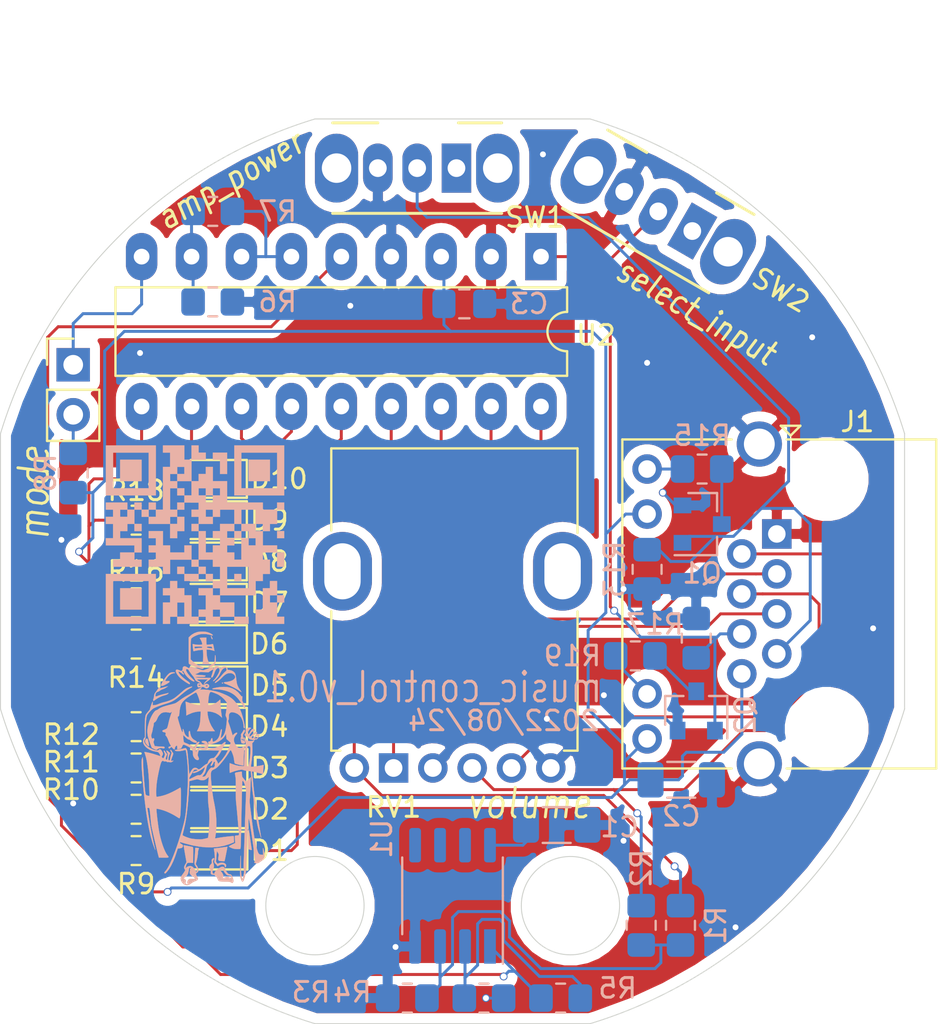
<source format=kicad_pcb>
(kicad_pcb (version 20171130) (host pcbnew "(5.1.7)-1")
  (title_block (title music_control) (date 2022-08-24) (rev v0.1) (company piro.tex))
  (layers (0 F.Cu signal) (31 B.Cu signal) (34 B.Paste user) (35 F.Paste user) (36 B.SilkS user) (37 F.SilkS user) (38 B.Mask user) (39 F.Mask user) (44 Edge.Cuts user))
  (net 0 "")
  (net 1 GND)
  (net 2 +12V)
  (net 3 "Net-(D1-Pad2)")
  (net 4 /led1)
  (net 5 "Net-(D2-Pad2)")
  (net 6 /led2)
  (net 7 "Net-(D3-Pad2)")
  (net 8 /led3)
  (net 9 "Net-(D4-Pad2)")
  (net 10 /led4)
  (net 11 /led5)
  (net 12 "Net-(D6-Pad2)")
  (net 13 /led6)
  (net 14 "Net-(D7-Pad2)")
  (net 15 /led7)
  (net 16 /led8)
  (net 17 "Net-(D9-Pad2)")
  (net 18 /led9)
  (net 19 /led10)
  (net 20 /led_select_input_minus)
  (net 21 /led_amp_power_minus)
  (net 22 /select_input)
  (net 23 /input_R_r)
  (net 24 /output_R_r)
  (net 25 /amp_power)
  (net 26 /input_R_l)
  (net 27 /output_R_l)
  (net 28 "Net-(JP1-Pad2)")
  (net 29 /mode)
  (net 30 "Net-(Q1-Pad3)")
  (net 31 "Net-(Q2-Pad3)")
  (net 32 "Net-(R1-Pad1)")
  (net 33 "Net-(R4-Pad1)")
  (net 34 /lights)
  (net 35 "Net-(R6-Pad1)")
  (net 36 "Net-(R7-Pad1)")
  (net 37 "Net-(SW1-Pad1)")
  (net 38 "Net-(SW2-Pad1)")
  (net 39 "Net-(U1-Pad7)")
  (net 40 "Net-(U1-Pad6)")
  (net 41 "Net-(U1-Pad5)")
  (module mine:knight_10x13mm (layer B.Cu) (at 87.3 109.5 180)
    (fp_text reference G*** hide)
    (fp_text value LOGO hide)
  )
  (module mine:qr_code_front_10mm (layer B.Cu) (at 86.9 98.1 270)
    (fp_text reference G*** hide)
    (fp_text value LOGO hide)
  )
  (module Button_Switch_THT:SW_CuK_OS102011MA1QN1_SPDT_Angled (layer F.Cu) (at 112.2 82.7 150)
    (fp_text reference SW2 (at -5.397114 -0.348076 150) (layer F.SilkS))
    (fp_text value select_input)
    (pad 1 thru_hole rect (at 0 0 150) (size 1.5 2.5) (drill 0.9) (layers *.Cu *.Mask) (net 38 "Net-(SW2-Pad1)"))
    (pad 2 thru_hole oval (at 2 0 150) (size 1.5 2.5) (drill 0.9) (layers *.Cu *.Mask) (net 22 /select_input))
    (pad 3 thru_hole oval (at 4 0 150) (size 1.5 2.5) (drill 0.9) (layers *.Cu *.Mask) (net 1 GND))
    (pad "" thru_hole oval (at -2.1 0 150) (size 2.2 3.5) (drill 1.5) (layers *.Cu *.Mask))
    (pad "" thru_hole oval (at 6.1 0 150) (size 2.2 3.5) (drill 1.5) (layers *.Cu *.Mask))
  )
  (module Button_Switch_THT:SW_CuK_OS102011MA1QN1_SPDT_Angled (layer F.Cu) (at 100.2 79.5 180)
    (fp_text reference SW1 (at -4 -2.5) (layer F.SilkS))
    (fp_text value amp_power)
    (pad 1 thru_hole rect (at 0 0 180) (size 1.5 2.5) (drill 0.9) (layers *.Cu *.Mask) (net 37 "Net-(SW1-Pad1)"))
    (pad 2 thru_hole oval (at 2 0 180) (size 1.5 2.5) (drill 0.9) (layers *.Cu *.Mask) (net 25 /amp_power))
    (pad 3 thru_hole oval (at 4 0 180) (size 1.5 2.5) (drill 0.9) (layers *.Cu *.Mask) (net 1 GND))
    (pad "" thru_hole oval (at -2.1 0 180) (size 2.2 3.5) (drill 1.5) (layers *.Cu *.Mask))
    (pad "" thru_hole oval (at 6.1 0 180) (size 2.2 3.5) (drill 1.5) (layers *.Cu *.Mask))
  )
  (module Connector_RJ:RJ45_Amphenol_RJHSE538X (layer F.Cu) (at 116.5 98.1 270)
    (fp_text reference J1 (at -5.7 -4.1 180) (layer F.SilkS))
    (fp_text value control)
    (pad 1 thru_hole rect (at 0 0 270) (size 1.5 1.5) (drill 0.89) (layers *.Cu *.Mask) (net 1 GND))
    (pad 3 thru_hole circle (at 2.032 0 270) (size 1.5 1.5) (drill 0.89) (layers *.Cu *.Mask) (net 27 /output_R_l))
    (pad 5 thru_hole circle (at 4.064 0 270) (size 1.5 1.5) (drill 0.89) (layers *.Cu *.Mask) (net 26 /input_R_l))
    (pad 7 thru_hole circle (at 6.096 0 270) (size 1.5 1.5) (drill 0.89) (layers *.Cu *.Mask) (net 25 /amp_power))
    (pad 2 thru_hole circle (at 1.016 1.78 270) (size 1.5 1.5) (drill 0.89) (layers *.Cu *.Mask) (net 24 /output_R_r))
    (pad 4 thru_hole circle (at 3.048 1.78 270) (size 1.5 1.5) (drill 0.89) (layers *.Cu *.Mask) (net 23 /input_R_r))
    (pad 6 thru_hole circle (at 5.08 1.78 270) (size 1.5 1.5) (drill 0.89) (layers *.Cu *.Mask) (net 22 /select_input))
    (pad 8 thru_hole circle (at 7.112 1.78 270) (size 1.5 1.5) (drill 0.89) (layers *.Cu *.Mask) (net 2 +12V))
    (pad "" np_thru_hole circle (at -2.79 -2.54 270) (size 3.25 3.25) (drill 3.25) (layers *.Cu *.Mask))
    (pad "" np_thru_hole circle (at 9.91 -2.54 270) (size 3.25 3.25) (drill 3.25) (layers *.Cu *.Mask))
    (pad SH thru_hole circle (at 11.69 0.89 270) (size 2.3 2.3) (drill 1.57) (layers *.Cu *.Mask) (net 1 GND))
    (pad SH thru_hole circle (at -4.57 0.89 270) (size 2.3 2.3) (drill 1.57) (layers *.Cu *.Mask) (net 1 GND))
    (pad 9 thru_hole circle (at -3.3 6.6 270) (size 1.5 1.5) (drill 0.89) (layers *.Cu *.Mask) (net 21 /led_amp_power_minus))
    (pad 10 thru_hole circle (at -1.01 6.6 270) (size 1.5 1.5) (drill 0.89) (layers *.Cu *.Mask) (net 2 +12V))
    (pad 11 thru_hole circle (at 8.13 6.6 270) (size 1.5 1.5) (drill 0.89) (layers *.Cu *.Mask) (net 20 /led_select_input_minus))
    (pad 12 thru_hole circle (at 10.42 6.6 270) (size 1.5 1.5) (drill 0.89) (layers *.Cu *.Mask) (net 2 +12V))
  )
  (module Package_DIP:DIP-18_W7.62mm_LongPads (layer F.Cu) (at 104.5 84 270)
    (fp_text reference U2 (at 4 -2.8) (layer F.SilkS))
    (fp_text value LM3915)
    (pad 1 thru_hole rect (at 0 0 270) (size 2.4 1.6) (drill 0.8) (layers *.Cu *.Mask) (net 4 /led1))
    (pad 10 thru_hole oval (at 7.62 20.32 270) (size 2.4 1.6) (drill 0.8) (layers *.Cu *.Mask) (net 19 /led10))
    (pad 2 thru_hole oval (at 0 2.54 270) (size 2.4 1.6) (drill 0.8) (layers *.Cu *.Mask) (net 1 GND))
    (pad 11 thru_hole oval (at 7.62 17.78 270) (size 2.4 1.6) (drill 0.8) (layers *.Cu *.Mask) (net 18 /led9))
    (pad 3 thru_hole oval (at 0 5.08 270) (size 2.4 1.6) (drill 0.8) (layers *.Cu *.Mask) (net 2 +12V))
    (pad 12 thru_hole oval (at 7.62 15.24 270) (size 2.4 1.6) (drill 0.8) (layers *.Cu *.Mask) (net 16 /led8))
    (pad 4 thru_hole oval (at 0 7.62 270) (size 2.4 1.6) (drill 0.8) (layers *.Cu *.Mask) (net 1 GND))
    (pad 13 thru_hole oval (at 7.62 12.7 270) (size 2.4 1.6) (drill 0.8) (layers *.Cu *.Mask) (net 15 /led7))
    (pad 5 thru_hole oval (at 0 10.16 270) (size 2.4 1.6) (drill 0.8) (layers *.Cu *.Mask) (net 34 /lights))
    (pad 14 thru_hole oval (at 7.62 10.16 270) (size 2.4 1.6) (drill 0.8) (layers *.Cu *.Mask) (net 13 /led6))
    (pad 6 thru_hole oval (at 0 12.7 270) (size 2.4 1.6) (drill 0.8) (layers *.Cu *.Mask) (net 36 "Net-(R7-Pad1)"))
    (pad 15 thru_hole oval (at 7.62 7.62 270) (size 2.4 1.6) (drill 0.8) (layers *.Cu *.Mask) (net 11 /led5))
    (pad 7 thru_hole oval (at 0 15.24 270) (size 2.4 1.6) (drill 0.8) (layers *.Cu *.Mask) (net 36 "Net-(R7-Pad1)"))
    (pad 16 thru_hole oval (at 7.62 5.08 270) (size 2.4 1.6) (drill 0.8) (layers *.Cu *.Mask) (net 10 /led4))
    (pad 8 thru_hole oval (at 0 17.78 270) (size 2.4 1.6) (drill 0.8) (layers *.Cu *.Mask) (net 35 "Net-(R6-Pad1)"))
    (pad 17 thru_hole oval (at 7.62 2.54 270) (size 2.4 1.6) (drill 0.8) (layers *.Cu *.Mask) (net 8 /led3))
    (pad 9 thru_hole oval (at 0 20.32 270) (size 2.4 1.6) (drill 0.8) (layers *.Cu *.Mask) (net 29 /mode))
    (pad 18 thru_hole oval (at 7.62 0 270) (size 2.4 1.6) (drill 0.8) (layers *.Cu *.Mask) (net 6 /led2))
  )
  (module Package_SO:SO-8_3.9x4.9mm_P1.27mm (layer B.Cu) (at 100 116.5 90)
    (fp_text reference U1 (at 2.9 -3.6 270) (layer B.SilkS) (effects (justify mirror)))
    (fp_text value LM2904)
    (pad 8 smd roundrect (at 2.575 1.905 90) (size 1.75 0.6) (layers B.Cu B.Paste B.Mask) (net 2 +12V))
    (pad 7 smd roundrect (at 2.575 0.635 90) (size 1.75 0.6) (layers B.Cu B.Paste B.Mask) (net 39 "Net-(U1-Pad7)"))
    (pad 6 smd roundrect (at 2.575 -0.635 90) (size 1.75 0.6) (layers B.Cu B.Paste B.Mask) (net 40 "Net-(U1-Pad6)"))
    (pad 5 smd roundrect (at 2.575 -1.905 90) (size 1.75 0.6) (layers B.Cu B.Paste B.Mask) (net 41 "Net-(U1-Pad5)"))
    (pad 4 smd roundrect (at -2.575 -1.905 90) (size 1.75 0.6) (layers B.Cu B.Paste B.Mask) (net 1 GND))
    (pad 3 smd roundrect (at -2.575 -0.635 90) (size 1.75 0.6) (layers B.Cu B.Paste B.Mask) (net 32 "Net-(R1-Pad1)"))
    (pad 2 smd roundrect (at -2.575 0.635 90) (size 1.75 0.6) (layers B.Cu B.Paste B.Mask) (net 33 "Net-(R4-Pad1)"))
    (pad 1 smd rect (at -2.575 1.905 90) (size 1.75 0.6) (layers B.Cu B.Paste B.Mask) (net 34 /lights))
  )
  (module mine:Potentiometer_Dual (layer F.Cu) (at 95 110 90)
    (fp_text reference RV1 (at -2 2) (layer F.SilkS))
    (fp_text value right)
    (pad 4 thru_hole circle (at 0 4 90) (size 1.5 1.5) (drill 0.9) (layers *.Cu *.Mask) (net 1 GND))
    (pad 5 thru_hole circle (at 0 6 90) (size 1.5 1.5) (drill 0.9) (layers *.Cu *.Mask) (net 24 /output_R_r))
    (pad 6 thru_hole circle (at 0 8 90) (size 1.5 1.5) (drill 0.9) (layers *.Cu *.Mask) (net 23 /input_R_r))
    (pad "" thru_hole oval (at 10 -0.6 180) (size 3 4) (drill oval 1.85 2.85) (layers *.Cu *.Mask))
    (pad "" thru_hole oval (at 10 10.6 180) (size 3 4) (drill oval 1.85 2.85) (layers *.Cu *.Mask))
    (pad 3 thru_hole circle (at 0 10 90) (size 1.5 1.5) (drill 0.9) (layers *.Cu *.Mask) (net 1 GND))
    (pad 2 thru_hole circle (at 0 0 90) (size 1.5 1.5) (drill 0.9) (layers *.Cu *.Mask) (net 27 /output_R_l))
    (pad 1 thru_hole rect (at 0 2 90) (size 1.5 1.5) (drill 0.9) (layers *.Cu *.Mask) (net 26 /input_R_l))
  )
  (module Resistor_SMD:R_0805_2012Metric_Pad1.20x1.40mm_HandSolder (layer B.Cu) (at 109.3 104.3)
    (fp_text reference R19 (at -3.2 0) (layer B.SilkS) (effects (justify mirror)))
    (fp_text value 1k)
    (pad 2 smd roundrect (at 1 0) (size 1.2 1.4) (layers B.Cu B.Paste B.Mask) (roundrect_rratio 0.2083325) (net 31 "Net-(Q2-Pad3)"))
    (pad 1 smd roundrect (at -1 0) (size 1.2 1.4) (layers B.Cu B.Paste B.Mask) (roundrect_rratio 0.2083325) (net 20 /led_select_input_minus))
  )
  (module Resistor_SMD:R_0805_2012Metric_Pad1.20x1.40mm_HandSolder (layer F.Cu) (at 83.9 97.4)
    (fp_text reference R18 (at 0 -1.5) (layer F.SilkS))
    (fp_text value 51)
    (pad 2 smd roundrect (at 1 0) (size 1.2 1.4) (layers F.Cu F.Paste F.Mask) (roundrect_rratio 0.2083325) (net 17 "Net-(D9-Pad2)"))
    (pad 1 smd roundrect (at -1 0) (size 1.2 1.4) (layers F.Cu F.Paste F.Mask) (roundrect_rratio 0.2083325) (net 2 +12V))
  )
  (module Resistor_SMD:R_0805_2012Metric_Pad1.20x1.40mm_HandSolder (layer B.Cu) (at 112.4 103.4 90)
    (fp_text reference R17 (at 0.7 -2.1 180) (layer B.SilkS) (effects (justify mirror)))
    (fp_text value 10k)
    (pad 2 smd roundrect (at 1 0 90) (size 1.2 1.4) (layers B.Cu B.Paste B.Mask) (roundrect_rratio 0.2083325) (net 1 GND))
    (pad 1 smd roundrect (at -1 0 90) (size 1.2 1.4) (layers B.Cu B.Paste B.Mask) (roundrect_rratio 0.2083325) (net 22 /select_input))
  )
  (module Resistor_SMD:R_0805_2012Metric_Pad1.20x1.40mm_HandSolder (layer F.Cu) (at 83.9 101.6)
    (fp_text reference R16 (at 0 -1.6) (layer F.SilkS))
    (fp_text value 33)
    (pad 2 smd roundrect (at 1 0) (size 1.2 1.4) (layers F.Cu F.Paste F.Mask) (roundrect_rratio 0.2083325) (net 14 "Net-(D7-Pad2)"))
    (pad 1 smd roundrect (at -1 0) (size 1.2 1.4) (layers F.Cu F.Paste F.Mask) (roundrect_rratio 0.2083325) (net 2 +12V))
  )
  (module Resistor_SMD:R_0805_2012Metric_Pad1.20x1.40mm_HandSolder (layer B.Cu) (at 112.7 94.8)
    (fp_text reference R15 (at 0 -1.7) (layer B.SilkS) (effects (justify mirror)))
    (fp_text value 1k)
    (pad 2 smd roundrect (at 1 0) (size 1.2 1.4) (layers B.Cu B.Paste B.Mask) (roundrect_rratio 0.2083325) (net 30 "Net-(Q1-Pad3)"))
    (pad 1 smd roundrect (at -1 0) (size 1.2 1.4) (layers B.Cu B.Paste B.Mask) (roundrect_rratio 0.2083325) (net 21 /led_amp_power_minus))
  )
  (module Resistor_SMD:R_0805_2012Metric_Pad1.20x1.40mm_HandSolder (layer F.Cu) (at 83.9 103.7)
    (fp_text reference R14 (at 0 1.7) (layer F.SilkS))
    (fp_text value 68)
    (pad 2 smd roundrect (at 1 0) (size 1.2 1.4) (layers F.Cu F.Paste F.Mask) (roundrect_rratio 0.2083325) (net 12 "Net-(D6-Pad2)"))
    (pad 1 smd roundrect (at -1 0) (size 1.2 1.4) (layers F.Cu F.Paste F.Mask) (roundrect_rratio 0.2083325) (net 2 +12V))
  )
  (module Resistor_SMD:R_0805_2012Metric_Pad1.20x1.40mm_HandSolder (layer B.Cu) (at 109.9 99.9 270)
    (fp_text reference R13 (at 0 1.65 90) (layer B.SilkS) (effects (justify mirror)))
    (fp_text value 10k)
    (pad 2 smd roundrect (at 1 0 270) (size 1.2 1.4) (layers B.Cu B.Paste B.Mask) (roundrect_rratio 0.2083325) (net 1 GND))
    (pad 1 smd roundrect (at -1 0 270) (size 1.2 1.4) (layers B.Cu B.Paste B.Mask) (roundrect_rratio 0.2083325) (net 25 /amp_power))
  )
  (module Resistor_SMD:R_0805_2012Metric_Pad1.20x1.40mm_HandSolder (layer F.Cu) (at 83.9 107.9)
    (fp_text reference R12 (at -3.3 0.4) (layer F.SilkS))
    (fp_text value 24)
    (pad 2 smd roundrect (at 1 0) (size 1.2 1.4) (layers F.Cu F.Paste F.Mask) (roundrect_rratio 0.2083325) (net 9 "Net-(D4-Pad2)"))
    (pad 1 smd roundrect (at -1 0) (size 1.2 1.4) (layers F.Cu F.Paste F.Mask) (roundrect_rratio 0.2083325) (net 2 +12V))
  )
  (module Resistor_SMD:R_0805_2012Metric_Pad1.20x1.40mm_HandSolder (layer F.Cu) (at 83.9 110)
    (fp_text reference R11 (at -3.3 -0.3) (layer F.SilkS))
    (fp_text value 51)
    (pad 2 smd roundrect (at 1 0) (size 1.2 1.4) (layers F.Cu F.Paste F.Mask) (roundrect_rratio 0.2083325) (net 7 "Net-(D3-Pad2)"))
    (pad 1 smd roundrect (at -1 0) (size 1.2 1.4) (layers F.Cu F.Paste F.Mask) (roundrect_rratio 0.2083325) (net 2 +12V))
  )
  (module Resistor_SMD:R_0805_2012Metric_Pad1.20x1.40mm_HandSolder (layer F.Cu) (at 83.9 112.1)
    (fp_text reference R10 (at -3.3 -1) (layer F.SilkS))
    (fp_text value 75)
    (pad 2 smd roundrect (at 1 0) (size 1.2 1.4) (layers F.Cu F.Paste F.Mask) (roundrect_rratio 0.2083325) (net 5 "Net-(D2-Pad2)"))
    (pad 1 smd roundrect (at -1 0) (size 1.2 1.4) (layers F.Cu F.Paste F.Mask) (roundrect_rratio 0.2083325) (net 2 +12V))
  )
  (module Resistor_SMD:R_0805_2012Metric_Pad1.20x1.40mm_HandSolder (layer F.Cu) (at 83.9 114.2)
    (fp_text reference R9 (at 0 1.7) (layer F.SilkS))
    (fp_text value 100)
    (pad 2 smd roundrect (at 1 0) (size 1.2 1.4) (layers F.Cu F.Paste F.Mask) (roundrect_rratio 0.2083325) (net 3 "Net-(D1-Pad2)"))
    (pad 1 smd roundrect (at -1 0) (size 1.2 1.4) (layers F.Cu F.Paste F.Mask) (roundrect_rratio 0.2083325) (net 2 +12V))
  )
  (module Resistor_SMD:R_0805_2012Metric_Pad1.20x1.40mm_HandSolder (layer B.Cu) (at 80.7 95 270)
    (fp_text reference R8 (at 0 1.4 90) (layer B.SilkS) (effects (justify mirror)))
    (fp_text value 1k)
    (pad 2 smd roundrect (at 1 0 270) (size 1.2 1.4) (layers B.Cu B.Paste B.Mask) (roundrect_rratio 0.2083325) (net 2 +12V))
    (pad 1 smd roundrect (at -1 0 270) (size 1.2 1.4) (layers B.Cu B.Paste B.Mask) (roundrect_rratio 0.2083325) (net 28 "Net-(JP1-Pad2)"))
  )
  (module Resistor_SMD:R_0805_2012Metric_Pad1.20x1.40mm_HandSolder (layer B.Cu) (at 87.8 81.7 180)
    (fp_text reference R7 (at -3.3 0) (layer B.SilkS) (effects (justify mirror)))
    (fp_text value 1.24k)
    (pad 2 smd roundrect (at 1 0 180) (size 1.2 1.4) (layers B.Cu B.Paste B.Mask) (roundrect_rratio 0.2083325) (net 35 "Net-(R6-Pad1)"))
    (pad 1 smd roundrect (at -1 0 180) (size 1.2 1.4) (layers B.Cu B.Paste B.Mask) (roundrect_rratio 0.2083325) (net 36 "Net-(R7-Pad1)"))
  )
  (module Resistor_SMD:R_0805_2012Metric_Pad1.20x1.40mm_HandSolder (layer B.Cu) (at 87.8 86.3)
    (fp_text reference R6 (at 3.3 0) (layer B.SilkS) (effects (justify mirror)))
    (fp_text value 8.06k)
    (pad 2 smd roundrect (at 1 0) (size 1.2 1.4) (layers B.Cu B.Paste B.Mask) (roundrect_rratio 0.2083325) (net 1 GND))
    (pad 1 smd roundrect (at -1 0) (size 1.2 1.4) (layers B.Cu B.Paste B.Mask) (roundrect_rratio 0.2083325) (net 35 "Net-(R6-Pad1)"))
  )
  (module Resistor_SMD:R_0805_2012Metric_Pad1.20x1.40mm_HandSolder (layer B.Cu) (at 105.5 121.7)
    (fp_text reference R5 (at 2.9 -0.5) (layer B.SilkS) (effects (justify mirror)))
    (fp_text value 10k)
    (pad 2 smd roundrect (at 1 0) (size 1.2 1.4) (layers B.Cu B.Paste B.Mask) (roundrect_rratio 0.2083325) (net 33 "Net-(R4-Pad1)"))
    (pad 1 smd roundrect (at -1 0) (size 1.2 1.4) (layers B.Cu B.Paste B.Mask) (roundrect_rratio 0.2083325) (net 34 /lights))
  )
  (module Resistor_SMD:R_0805_2012Metric_Pad1.20x1.40mm_HandSolder (layer B.Cu) (at 101.6 121.7)
    (fp_text reference R4 (at -6.7 -0.3) (layer B.SilkS) (effects (justify mirror)))
    (fp_text value 10k)
    (pad 2 smd roundrect (at 1 0) (size 1.2 1.4) (layers B.Cu B.Paste B.Mask) (roundrect_rratio 0.2083325) (net 1 GND))
    (pad 1 smd roundrect (at -1 0) (size 1.2 1.4) (layers B.Cu B.Paste B.Mask) (roundrect_rratio 0.2083325) (net 33 "Net-(R4-Pad1)"))
  )
  (module Resistor_SMD:R_0805_2012Metric_Pad1.20x1.40mm_HandSolder (layer B.Cu) (at 97.7 121.7)
    (fp_text reference R3 (at -4.9 -0.3) (layer B.SilkS) (effects (justify mirror)))
    (fp_text value 10k)
    (pad 2 smd roundrect (at 1 0) (size 1.2 1.4) (layers B.Cu B.Paste B.Mask) (roundrect_rratio 0.2083325) (net 32 "Net-(R1-Pad1)"))
    (pad 1 smd roundrect (at -1 0) (size 1.2 1.4) (layers B.Cu B.Paste B.Mask) (roundrect_rratio 0.2083325) (net 1 GND))
  )
  (module Resistor_SMD:R_0805_2012Metric_Pad1.20x1.40mm_HandSolder (layer B.Cu) (at 109.6 118 90)
    (fp_text reference R2 (at 2.9 0 90) (layer B.SilkS) (effects (justify mirror)))
    (fp_text value 10k)
    (pad 2 smd roundrect (at 1 0 90) (size 1.2 1.4) (layers B.Cu B.Paste B.Mask) (roundrect_rratio 0.2083325) (net 24 /output_R_r))
    (pad 1 smd roundrect (at -1 0 90) (size 1.2 1.4) (layers B.Cu B.Paste B.Mask) (roundrect_rratio 0.2083325) (net 32 "Net-(R1-Pad1)"))
  )
  (module Resistor_SMD:R_0805_2012Metric_Pad1.20x1.40mm_HandSolder (layer B.Cu) (at 111.6 118 90)
    (fp_text reference R1 (at 0 1.8 90) (layer B.SilkS) (effects (justify mirror)))
    (fp_text value 10k)
    (pad 2 smd roundrect (at 1 0 90) (size 1.2 1.4) (layers B.Cu B.Paste B.Mask) (roundrect_rratio 0.2083325) (net 27 /output_R_l))
    (pad 1 smd roundrect (at -1 0 90) (size 1.2 1.4) (layers B.Cu B.Paste B.Mask) (roundrect_rratio 0.2083325) (net 32 "Net-(R1-Pad1)"))
  )
  (module Package_TO_SOT_SMD:SOT-23 (layer B.Cu) (at 112.4 107.1 90)
    (fp_text reference Q2 (at -0.2 2.5 90) (layer B.SilkS) (effects (justify mirror)))
    (fp_text value BSS138)
    (pad 3 smd rect (at 1 0 90) (size 0.9 0.8) (layers B.Cu B.Paste B.Mask) (net 31 "Net-(Q2-Pad3)"))
    (pad 2 smd rect (at -1 -0.95 90) (size 0.9 0.8) (layers B.Cu B.Paste B.Mask) (net 1 GND))
    (pad 1 smd rect (at -1 0.95 90) (size 0.9 0.8) (layers B.Cu B.Paste B.Mask) (net 22 /select_input))
  )
  (module Package_TO_SOT_SMD:SOT-23 (layer B.Cu) (at 112.7 97.6)
    (fp_text reference Q1 (at 0 2.5) (layer B.SilkS) (effects (justify mirror)))
    (fp_text value BSS138)
    (pad 3 smd rect (at 1 0) (size 0.9 0.8) (layers B.Cu B.Paste B.Mask) (net 30 "Net-(Q1-Pad3)"))
    (pad 2 smd rect (at -1 -0.95) (size 0.9 0.8) (layers B.Cu B.Paste B.Mask) (net 1 GND))
    (pad 1 smd rect (at -1 0.95) (size 0.9 0.8) (layers B.Cu B.Paste B.Mask) (net 25 /amp_power))
  )
  (module Connector_PinHeader_2.54mm:PinHeader_1x02_P2.54mm_Vertical (layer F.Cu) (at 80.7 89.5)
    (fp_text reference JP1)
    (fp_text value mode (at -2 6.5 270) (layer F.SilkS) (effects (font (size 1.5 1.2) (thickness 0.15) italic)))
    (pad 1 thru_hole rect (at 0 0) (size 1.7 1.7) (drill 1) (layers *.Cu *.Mask) (net 29 /mode))
    (pad 2 thru_hole oval (at 0 2.54) (size 1.7 1.7) (drill 1) (layers *.Cu *.Mask) (net 28 "Net-(JP1-Pad2)"))
  )
  (module LED_SMD:LED_0805_2012Metric_Pad1.15x1.40mm_HandSolder (layer F.Cu) (at 87.675 95.3 180)
    (fp_text reference D10 (at -3.5 0) (layer F.SilkS))
    (fp_text value red)
    (pad 2 smd roundrect (at 1.025 0 180) (size 1.15 1.4) (layers F.Cu F.Paste F.Mask) (roundrect_rratio 0.2173904347826087) (net 2 +12V))
    (pad 1 smd roundrect (at -1.025 0 180) (size 1.15 1.4) (layers F.Cu F.Paste F.Mask) (roundrect_rratio 0.2173904347826087) (net 19 /led10))
  )
  (module LED_SMD:LED_0805_2012Metric_Pad1.15x1.40mm_HandSolder (layer F.Cu) (at 87.675 97.4 180)
    (fp_text reference D9 (at -3 0) (layer F.SilkS))
    (fp_text value red)
    (pad 2 smd roundrect (at 1.025 0 180) (size 1.15 1.4) (layers F.Cu F.Paste F.Mask) (roundrect_rratio 0.2173904347826087) (net 17 "Net-(D9-Pad2)"))
    (pad 1 smd roundrect (at -1.025 0 180) (size 1.15 1.4) (layers F.Cu F.Paste F.Mask) (roundrect_rratio 0.2173904347826087) (net 18 /led9))
  )
  (module LED_SMD:LED_0805_2012Metric_Pad1.15x1.40mm_HandSolder (layer F.Cu) (at 87.675 99.5 180)
    (fp_text reference D8 (at -3 0) (layer F.SilkS))
    (fp_text value orange)
    (pad 2 smd roundrect (at 1.025 0 180) (size 1.15 1.4) (layers F.Cu F.Paste F.Mask) (roundrect_rratio 0.2173904347826087) (net 2 +12V))
    (pad 1 smd roundrect (at -1.025 0 180) (size 1.15 1.4) (layers F.Cu F.Paste F.Mask) (roundrect_rratio 0.2173904347826087) (net 16 /led8))
  )
  (module LED_SMD:LED_0805_2012Metric_Pad1.15x1.40mm_HandSolder (layer F.Cu) (at 87.675 101.6 180)
    (fp_text reference D7 (at -3 0) (layer F.SilkS))
    (fp_text value orange)
    (pad 2 smd roundrect (at 1.025 0 180) (size 1.15 1.4) (layers F.Cu F.Paste F.Mask) (roundrect_rratio 0.2173904347826087) (net 14 "Net-(D7-Pad2)"))
    (pad 1 smd roundrect (at -1.025 0 180) (size 1.15 1.4) (layers F.Cu F.Paste F.Mask) (roundrect_rratio 0.2173904347826087) (net 15 /led7))
  )
  (module LED_SMD:LED_0805_2012Metric_Pad1.15x1.40mm_HandSolder (layer F.Cu) (at 87.675 103.7 180)
    (fp_text reference D6 (at -3 0) (layer F.SilkS))
    (fp_text value orange)
    (pad 2 smd roundrect (at 1.025 0 180) (size 1.15 1.4) (layers F.Cu F.Paste F.Mask) (roundrect_rratio 0.2173904347826087) (net 12 "Net-(D6-Pad2)"))
    (pad 1 smd roundrect (at -1.025 0 180) (size 1.15 1.4) (layers F.Cu F.Paste F.Mask) (roundrect_rratio 0.2173904347826087) (net 13 /led6))
  )
  (module LED_SMD:LED_0805_2012Metric_Pad1.15x1.40mm_HandSolder (layer F.Cu) (at 87.7 105.8 180)
    (fp_text reference D5 (at -3 0) (layer F.SilkS))
    (fp_text value green)
    (pad 2 smd roundrect (at 1.025 0 180) (size 1.15 1.4) (layers F.Cu F.Paste F.Mask) (roundrect_rratio 0.2173904347826087) (net 2 +12V))
    (pad 1 smd roundrect (at -1.025 0 180) (size 1.15 1.4) (layers F.Cu F.Paste F.Mask) (roundrect_rratio 0.2173904347826087) (net 11 /led5))
  )
  (module LED_SMD:LED_0805_2012Metric_Pad1.15x1.40mm_HandSolder (layer F.Cu) (at 87.675 107.9 180)
    (fp_text reference D4 (at -3 0) (layer F.SilkS))
    (fp_text value green)
    (pad 2 smd roundrect (at 1.025 0 180) (size 1.15 1.4) (layers F.Cu F.Paste F.Mask) (roundrect_rratio 0.2173904347826087) (net 9 "Net-(D4-Pad2)"))
    (pad 1 smd roundrect (at -1.025 0 180) (size 1.15 1.4) (layers F.Cu F.Paste F.Mask) (roundrect_rratio 0.2173904347826087) (net 10 /led4))
  )
  (module LED_SMD:LED_0805_2012Metric_Pad1.15x1.40mm_HandSolder (layer F.Cu) (at 87.7 110 180)
    (fp_text reference D3 (at -3 0) (layer F.SilkS))
    (fp_text value green)
    (pad 2 smd roundrect (at 1.025 0 180) (size 1.15 1.4) (layers F.Cu F.Paste F.Mask) (roundrect_rratio 0.2173904347826087) (net 7 "Net-(D3-Pad2)"))
    (pad 1 smd roundrect (at -1.025 0 180) (size 1.15 1.4) (layers F.Cu F.Paste F.Mask) (roundrect_rratio 0.2173904347826087) (net 8 /led3))
  )
  (module LED_SMD:LED_0805_2012Metric_Pad1.15x1.40mm_HandSolder (layer F.Cu) (at 87.7 112.1 180)
    (fp_text reference D2 (at -3 0) (layer F.SilkS))
    (fp_text value green)
    (pad 2 smd roundrect (at 1.025 0 180) (size 1.15 1.4) (layers F.Cu F.Paste F.Mask) (roundrect_rratio 0.2173904347826087) (net 5 "Net-(D2-Pad2)"))
    (pad 1 smd roundrect (at -1.025 0 180) (size 1.15 1.4) (layers F.Cu F.Paste F.Mask) (roundrect_rratio 0.2173904347826087) (net 6 /led2))
  )
  (module LED_SMD:LED_0805_2012Metric_Pad1.15x1.40mm_HandSolder (layer F.Cu) (at 87.7 114.2 180)
    (fp_text reference D1 (at -3 0) (layer F.SilkS))
    (fp_text value green)
    (pad 2 smd roundrect (at 1.025 0 180) (size 1.15 1.4) (layers F.Cu F.Paste F.Mask) (roundrect_rratio 0.2173904347826087) (net 3 "Net-(D1-Pad2)"))
    (pad 1 smd roundrect (at -1.025 0 180) (size 1.15 1.4) (layers F.Cu F.Paste F.Mask) (roundrect_rratio 0.2173904347826087) (net 4 /led1))
  )
  (module Capacitor_SMD:C_0805_2012Metric_Pad1.18x1.45mm_HandSolder (layer B.Cu) (at 100.6 86.4)
    (fp_text reference C3 (at 3.3 0) (layer B.SilkS) (effects (justify mirror)))
    (fp_text value 100n)
    (pad 2 smd roundrect (at 1.0375 0) (size 1.175 1.45) (layers B.Cu B.Paste B.Mask) (roundrect_rratio 0.2127659574468085) (net 1 GND))
    (pad 1 smd roundrect (at -1.0375 0) (size 1.175 1.45) (layers B.Cu B.Paste B.Mask) (roundrect_rratio 0.2127659574468085) (net 2 +12V))
  )
  (module Capacitor_SMD:C_1206_3216Metric_Pad1.33x1.80mm_HandSolder (layer B.Cu) (at 111.6375 110.6)
    (fp_text reference C2 (at 0 1.85) (layer B.SilkS) (effects (justify mirror)))
    (fp_text value 4.7u)
    (pad 2 smd roundrect (at 1.5625 0) (size 1.325 1.8) (layers B.Cu B.Paste B.Mask) (roundrect_rratio 0.1886777358490566) (net 1 GND))
    (pad 1 smd roundrect (at -1.5625 0) (size 1.325 1.8) (layers B.Cu B.Paste B.Mask) (roundrect_rratio 0.1886777358490566) (net 2 +12V))
  )
  (module Capacitor_SMD:C_1206_3216Metric_Pad1.33x1.80mm_HandSolder (layer B.Cu) (at 105.3 112.9)
    (fp_text reference C1 (at 3.2 0.1 180) (layer B.SilkS) (effects (justify mirror)))
    (fp_text value 4.7u)
    (pad 2 smd roundrect (at 1.5625 0) (size 1.325 1.8) (layers B.Cu B.Paste B.Mask) (roundrect_rratio 0.1886777358490566) (net 1 GND))
    (pad 1 smd roundrect (at -1.5625 0) (size 1.325 1.8) (layers B.Cu B.Paste B.Mask) (roundrect_rratio 0.1886777358490566) (net 2 +12V))
  )
  (gr_text amp_power (at 88.7 80.1 30) (layer F.SilkS) (effects (font (size 1.2 1) (thickness 0.15) italic)))
  (gr_text select_input (at 112.4 86.8 330) (layer F.SilkS) (effects (font (size 1.2 1) (thickness 0.15) italic)))
  (gr_text volume (at 103.9 111.8) (layer F.SilkS) (effects (font (size 1.5 1.2) (thickness 0.15) italic)))
  (gr_text 2022/08/24 (at 102.6 107.6) (layer B.SilkS) (effects (font (size 1 1)) (justify mirror)))
  (gr_text music_control_v0.1 (at 99 105.9) (layer B.SilkS) (effects (font (size 1.5 1.2)) (justify mirror)))
  (gr_circle (center 106 117) (end 108.5 117) (layer Edge.Cuts) (width 0.05))
  (gr_circle (center 93 117) (end 95.5 117) (layer Edge.Cuts) (width 0.05))
  (gr_arc (start 100 100) (end 122.999999 93.000001) (angle -56.14497546) (layer Edge.Cuts) (width 0.05))
  (gr_arc (start 100 100) (end 106.999999 122.999999) (angle -56.14497387) (layer Edge.Cuts) (width 0.05))
  (gr_arc (start 100 100) (end 77.000001 106.999999) (angle -56.14497387) (layer Edge.Cuts) (width 0.05))
  (gr_arc (start 100 100) (end 93.000001 77.000001) (angle -56.14497387) (layer Edge.Cuts) (width 0.05))
  (gr_line (start 77 107) (end 77 93) (layer Edge.Cuts) (width 0.05))
  (gr_line (start 107 123) (end 93 123) (layer Edge.Cuts) (width 0.05))
  (gr_line (start 123 93) (end 123 107) (layer Edge.Cuts) (width 0.05))
  (gr_line (start 93 77) (end 107 77.000001) (layer Edge.Cuts) (width 0.05))
  (via (at 97.1 119.1) (size 0.4) (drill 0.3) (layers F.Cu B.Cu) (net 1))
  (segment (start 97.125 119.075) (end 97.1 119.1) (width 0.15) (layer B.Cu) (net 1))
  (segment (start 98.095 119.075) (end 97.125 119.075) (width 0.15) (layer B.Cu) (net 1))
  (via (at 108.7 113.7) (size 0.4) (drill 0.3) (layers F.Cu B.Cu) (net 1))
  (segment (start 107.9 112.9) (end 108.7 113.7) (width 0.15) (layer B.Cu) (net 1))
  (segment (start 106.8625 112.9) (end 107.9 112.9) (width 0.15) (layer B.Cu) (net 1))
  (segment (start 108.85 107.45) (end 107.7 106.3) (width 0.15) (layer B.Cu) (net 1))
  (segment (start 110.8 107.45) (end 108.85 107.45) (width 0.15) (layer B.Cu) (net 1))
  (segment (start 111.45 108.1) (end 110.8 107.45) (width 0.15) (layer B.Cu) (net 1))
  (via (at 107.7 106.3) (size 0.4) (drill 0.3) (layers F.Cu B.Cu) (net 1))
  (via (at 114.4 118.1) (size 0.4) (drill 0.3) (layers F.Cu B.Cu) (net 1))
  (via (at 121.4 102.9) (size 0.4) (drill 0.3) (layers F.Cu B.Cu) (net 1))
  (via (at 104.8 107.5) (size 0.4) (drill 0.3) (layers F.Cu B.Cu) (net 1))
  (via (at 80.7 111.8) (size 0.4) (drill 0.3) (layers F.Cu B.Cu) (net 1))
  (via (at 118.3 88.1) (size 0.4) (drill 0.3) (layers F.Cu B.Cu) (net 1))
  (via (at 101.7 121.7) (size 0.4) (drill 0.3) (layers F.Cu B.Cu) (net 1))
  (segment (start 102.6 121.7) (end 101.7 121.7) (width 0.15) (layer B.Cu) (net 1))
  (via (at 108.7 100.9) (size 0.4) (drill 0.3) (layers F.Cu B.Cu) (net 1))
  (via (at 80.1 98.4) (size 0.4) (drill 0.3) (layers F.Cu B.Cu) (net 1))
  (via (at 94.8 86.5) (size 0.4) (drill 0.3) (layers F.Cu B.Cu) (net 1))
  (via (at 84.1 88.9) (size 0.4) (drill 0.3) (layers F.Cu B.Cu) (net 1))
  (via (at 104.6 78.8) (size 0.4) (drill 0.3) (layers F.Cu B.Cu) (net 1))
  (via (at 109.9 89.4) (size 0.4) (drill 0.3) (layers F.Cu B.Cu) (net 1))
  (segment (start 109.5 102.4) (end 109 101.9) (width 0.15) (layer B.Cu) (net 1))
  (segment (start 112.4 102.4) (end 109.5 102.4) (width 0.15) (layer B.Cu) (net 1))
  (segment (start 109 101.9) (end 109 100.9) (width 0.15) (layer B.Cu) (net 1))
  (segment (start 109 100.9) (end 109.9 100.9) (width 0.15) (layer B.Cu) (net 1))
  (segment (start 108.7 100.9) (end 109 100.9) (width 0.15) (layer B.Cu) (net 1))
  (segment (start 111.35 96.65) (end 110.7 96) (width 0.15) (layer B.Cu) (net 1))
  (via (at 110.7 96) (size 0.4) (drill 0.3) (layers F.Cu B.Cu) (net 1))
  (segment (start 111.7 96.65) (end 111.35 96.65) (width 0.15) (layer B.Cu) (net 1))
  (segment (start 111.5 110.6) (end 110.075 110.6) (width 0.15) (layer B.Cu) (net 2))
  (segment (start 111.7 109.4) (end 111.7 110.4) (width 0.15) (layer B.Cu) (net 2))
  (segment (start 111.7 110.4) (end 111.5 110.6) (width 0.15) (layer B.Cu) (net 2))
  (segment (start 111.9 109.2) (end 111.7 109.4) (width 0.15) (layer B.Cu) (net 2))
  (segment (start 114.72 108.28) (end 113.8 109.2) (width 0.15) (layer B.Cu) (net 2))
  (segment (start 113.8 109.2) (end 111.9 109.2) (width 0.15) (layer B.Cu) (net 2))
  (segment (start 114.72 105.212) (end 114.72 108.28) (width 0.15) (layer B.Cu) (net 2))
  (segment (start 110.075 110.6) (end 109 110.6) (width 0.15) (layer B.Cu) (net 2))
  (segment (start 108.75 109.67) (end 109.9 108.52) (width 0.15) (layer B.Cu) (net 2))
  (segment (start 108.75 110.85) (end 108.75 109.67) (width 0.15) (layer B.Cu) (net 2))
  (segment (start 109 110.6) (end 108.75 110.85) (width 0.15) (layer B.Cu) (net 2))
  (segment (start 108.81 97.09) (end 109.9 97.09) (width 0.15) (layer B.Cu) (net 2))
  (segment (start 107.8 102.1) (end 107.8 98.1) (width 0.15) (layer B.Cu) (net 2))
  (segment (start 106.9 103) (end 107.8 102.1) (width 0.15) (layer B.Cu) (net 2))
  (segment (start 107.8 98.1) (end 108.81 97.09) (width 0.15) (layer B.Cu) (net 2))
  (segment (start 106.9 107) (end 106.9 103) (width 0.15) (layer B.Cu) (net 2))
  (segment (start 108.75 108.85) (end 106.9 107) (width 0.15) (layer B.Cu) (net 2))
  (segment (start 108.75 109.67) (end 108.75 108.85) (width 0.15) (layer B.Cu) (net 2))
  (segment (start 107.8 98.1) (end 107.8 88.5) (width 0.15) (layer B.Cu) (net 2))
  (segment (start 107.8 88.5) (end 107.1 87.8) (width 0.15) (layer B.Cu) (net 2))
  (segment (start 107.1 87.8) (end 99.9 87.8) (width 0.15) (layer B.Cu) (net 2))
  (segment (start 99.5625 87.4625) (end 99.5625 86.4) (width 0.15) (layer B.Cu) (net 2))
  (segment (start 99.9 87.8) (end 99.5625 87.4625) (width 0.15) (layer B.Cu) (net 2))
  (segment (start 99.5625 84.1425) (end 99.42 84) (width 0.15) (layer B.Cu) (net 2))
  (segment (start 99.5625 86.4) (end 99.5625 84.1425) (width 0.15) (layer B.Cu) (net 2))
  (segment (start 99.9 87.8) (end 83.3 87.8) (width 0.15) (layer B.Cu) (net 2))
  (segment (start 83.3 87.8) (end 82.3 88.8) (width 0.15) (layer B.Cu) (net 2))
  (segment (start 82.3 88.8) (end 82.3 95.4) (width 0.15) (layer B.Cu) (net 2))
  (segment (start 81.7 96) (end 80.7 96) (width 0.15) (layer B.Cu) (net 2))
  (segment (start 82.3 95.4) (end 81.7 96) (width 0.15) (layer B.Cu) (net 2))
  (segment (start 81.5 111.3) (end 81.5 111.7) (width 0.15) (layer F.Cu) (net 2))
  (segment (start 81.5 107.3) (end 81.5 107.6) (width 0.15) (layer F.Cu) (net 2))
  (segment (start 81.5 107.3) (end 81.5 109.6) (width 0.15) (layer F.Cu) (net 2))
  (segment (start 81.8 107.9) (end 82.9 107.9) (width 0.15) (layer F.Cu) (net 2))
  (segment (start 81.5 107.6) (end 81.8 107.9) (width 0.15) (layer F.Cu) (net 2))
  (segment (start 81.5 103.3) (end 81.5 103.4) (width 0.15) (layer F.Cu) (net 2))
  (segment (start 81.8 103.7) (end 82.9 103.7) (width 0.15) (layer F.Cu) (net 2))
  (segment (start 81.5 103.4) (end 81.8 103.7) (width 0.15) (layer F.Cu) (net 2))
  (segment (start 81.5 101.2) (end 81.5 103.3) (width 0.15) (layer F.Cu) (net 2))
  (segment (start 81.5 103.3) (end 81.5 105.1) (width 0.15) (layer F.Cu) (net 2))
  (segment (start 81.5 105.1) (end 81.5 107.3) (width 0.15) (layer F.Cu) (net 2))
  (segment (start 81.5 99.6) (end 81.5 100.3) (width 0.15) (layer F.Cu) (net 2))
  (segment (start 81.5 100.3) (end 81.5 101.2) (width 0.15) (layer F.Cu) (net 2))
  (segment (start 81.5 99.6) (end 81.5 97.7) (width 0.15) (layer F.Cu) (net 2))
  (via (at 81 99) (size 0.4) (drill 0.3) (layers F.Cu B.Cu) (net 2))
  (segment (start 81 99.1) (end 81 99) (width 0.15) (layer F.Cu) (net 2))
  (segment (start 81.5 99.6) (end 81 99.1) (width 0.15) (layer F.Cu) (net 2))
  (segment (start 81.7 96) (end 81.7 98.3) (width 0.15) (layer B.Cu) (net 2))
  (segment (start 81.7 98.3) (end 81 99) (width 0.15) (layer B.Cu) (net 2))
  (segment (start 82 97.4) (end 82.9 97.4) (width 0.15) (layer F.Cu) (net 2))
  (segment (start 81.8 97.4) (end 82 97.4) (width 0.15) (layer F.Cu) (net 2))
  (segment (start 81.5 97.7) (end 81.8 97.4) (width 0.15) (layer F.Cu) (net 2))
  (segment (start 81.75 95.3) (end 86.65 95.3) (width 0.15) (layer F.Cu) (net 2))
  (segment (start 81.5 95.55) (end 81.75 95.3) (width 0.15) (layer F.Cu) (net 2))
  (segment (start 81.5 97.7) (end 81.5 95.55) (width 0.15) (layer F.Cu) (net 2))
  (segment (start 81.775 99.5) (end 86.65 99.5) (width 0.15) (layer F.Cu) (net 2))
  (segment (start 81.5 99.775) (end 81.775 99.5) (width 0.15) (layer F.Cu) (net 2))
  (segment (start 81.5 100.3) (end 81.5 99.775) (width 0.15) (layer F.Cu) (net 2))
  (segment (start 81.8 101.6) (end 82.9 101.6) (width 0.15) (layer F.Cu) (net 2))
  (segment (start 81.5 101.3) (end 81.8 101.6) (width 0.15) (layer F.Cu) (net 2))
  (segment (start 81.5 101.2) (end 81.5 101.3) (width 0.15) (layer F.Cu) (net 2))
  (segment (start 81.8 105.8) (end 86.675 105.8) (width 0.15) (layer F.Cu) (net 2))
  (segment (start 81.5 105.5) (end 81.8 105.8) (width 0.15) (layer F.Cu) (net 2))
  (segment (start 81.5 105.1) (end 81.5 105.5) (width 0.15) (layer F.Cu) (net 2))
  (segment (start 81.8 110) (end 81.5 109.7) (width 0.15) (layer F.Cu) (net 2))
  (segment (start 82.9 110) (end 81.8 110) (width 0.15) (layer F.Cu) (net 2))
  (segment (start 81.5 109.7) (end 81.5 111.3) (width 0.15) (layer F.Cu) (net 2))
  (segment (start 81.5 109.6) (end 81.5 109.7) (width 0.15) (layer F.Cu) (net 2))
  (segment (start 81.8 112.1) (end 81.5 111.8) (width 0.15) (layer F.Cu) (net 2))
  (segment (start 82.9 112.1) (end 81.8 112.1) (width 0.15) (layer F.Cu) (net 2))
  (segment (start 81.5 111.3) (end 81.5 111.8) (width 0.15) (layer F.Cu) (net 2))
  (segment (start 81.8 114.2) (end 82.9 114.2) (width 0.15) (layer F.Cu) (net 2))
  (segment (start 81.5 113.9) (end 81.8 114.2) (width 0.15) (layer F.Cu) (net 2))
  (segment (start 81.5 111.8) (end 81.5 113.9) (width 0.15) (layer F.Cu) (net 2))
  (segment (start 103.7375 111.7625) (end 103.7375 112.9) (width 0.15) (layer B.Cu) (net 2))
  (segment (start 103.575 113.925) (end 101.905 113.925) (width 0.15) (layer B.Cu) (net 2))
  (segment (start 103.7375 113.7625) (end 103.575 113.925) (width 0.15) (layer B.Cu) (net 2))
  (segment (start 103.7375 112.9) (end 103.7375 113.7625) (width 0.15) (layer B.Cu) (net 2))
  (via (at 85.5 116.3) (size 0.4) (drill 0.3) (layers F.Cu B.Cu) (net 2))
  (segment (start 81.5 113.9) (end 83.9 116.3) (width 0.15) (layer F.Cu) (net 2))
  (segment (start 83.9 116.3) (end 85.5 116.3) (width 0.15) (layer F.Cu) (net 2))
  (segment (start 85.699999 116.100001) (end 85.5 116.3) (width 0.15) (layer B.Cu) (net 2))
  (segment (start 89.599999 116.100001) (end 85.699999 116.100001) (width 0.15) (layer B.Cu) (net 2))
  (segment (start 94.2 111.5) (end 89.599999 116.100001) (width 0.15) (layer B.Cu) (net 2))
  (segment (start 104 111.5) (end 94.2 111.5) (width 0.15) (layer B.Cu) (net 2))
  (segment (start 108.1 111.5) (end 104.6 111.5) (width 0.15) (layer B.Cu) (net 2))
  (segment (start 108.75 110.85) (end 108.1 111.5) (width 0.15) (layer B.Cu) (net 2))
  (segment (start 103.7375 111.7625) (end 104 111.5) (width 0.15) (layer B.Cu) (net 2))
  (segment (start 104.6 111.5) (end 104 111.5) (width 0.15) (layer B.Cu) (net 2))
  (segment (start 86.675 114.2) (end 84.9 114.2) (width 0.15) (layer F.Cu) (net 3))
  (segment (start 92.10008 113.89992) (end 91.8 114.2) (width 0.15) (layer F.Cu) (net 4))
  (segment (start 92.29995 95.90005) (end 92.10008 96.09992) (width 0.15) (layer F.Cu) (net 4))
  (segment (start 106.8 94.9) (end 105.79995 95.90005) (width 0.15) (layer F.Cu) (net 4))
  (segment (start 106.8 84.6) (end 106.8 94.9) (width 0.15) (layer F.Cu) (net 4))
  (segment (start 106.2 84) (end 106.8 84.6) (width 0.15) (layer F.Cu) (net 4))
  (segment (start 91.8 114.2) (end 88.725 114.2) (width 0.15) (layer F.Cu) (net 4))
  (segment (start 92.10008 96.09992) (end 92.10008 113.89992) (width 0.15) (layer F.Cu) (net 4))
  (segment (start 105.79995 95.90005) (end 92.29995 95.90005) (width 0.15) (layer F.Cu) (net 4))
  (segment (start 104.5 84) (end 106.2 84) (width 0.15) (layer F.Cu) (net 4))
  (segment (start 84.9 112.1) (end 86.675 112.1) (width 0.15) (layer F.Cu) (net 5))
  (segment (start 91.5 112.1) (end 88.725 112.1) (width 0.15) (layer F.Cu) (net 6))
  (segment (start 91.80007 111.79993) (end 91.5 112.1) (width 0.15) (layer F.Cu) (net 6))
  (segment (start 91.80007 95.79993) (end 91.80007 111.79993) (width 0.15) (layer F.Cu) (net 6))
  (segment (start 91.99996 95.60004) (end 91.80007 95.79993) (width 0.15) (layer F.Cu) (net 6))
  (segment (start 103.79996 95.60004) (end 91.99996 95.60004) (width 0.15) (layer F.Cu) (net 6))
  (segment (start 104.5 94.9) (end 103.79996 95.60004) (width 0.15) (layer F.Cu) (net 6))
  (segment (start 104.5 91.62) (end 104.5 94.9) (width 0.15) (layer F.Cu) (net 6))
  (segment (start 86.675 110) (end 84.9 110) (width 0.15) (layer F.Cu) (net 7))
  (segment (start 91.50006 95.5) (end 91.50006 109.69994) (width 0.15) (layer F.Cu) (net 8))
  (segment (start 91.50006 109.69994) (end 91.2 110) (width 0.15) (layer F.Cu) (net 8))
  (segment (start 91.70003 95.30003) (end 91.50006 95.5) (width 0.15) (layer F.Cu) (net 8))
  (segment (start 91.2 110) (end 88.725 110) (width 0.15) (layer F.Cu) (net 8))
  (segment (start 101.39997 95.30003) (end 91.70003 95.30003) (width 0.15) (layer F.Cu) (net 8))
  (segment (start 101.96 94.74) (end 101.39997 95.30003) (width 0.15) (layer F.Cu) (net 8))
  (segment (start 101.96 91.62) (end 101.96 94.74) (width 0.15) (layer F.Cu) (net 8))
  (segment (start 84.9 107.9) (end 86.65 107.9) (width 0.15) (layer F.Cu) (net 9))
  (segment (start 90.9 107.9) (end 88.7 107.9) (width 0.15) (layer F.Cu) (net 10))
  (segment (start 91.20005 107.59995) (end 90.9 107.9) (width 0.15) (layer F.Cu) (net 10))
  (segment (start 91.20005 95.19995) (end 91.20005 107.59995) (width 0.15) (layer F.Cu) (net 10))
  (segment (start 91.39998 95.00002) (end 91.20005 95.19995) (width 0.15) (layer F.Cu) (net 10))
  (segment (start 98.39998 95.00002) (end 91.39998 95.00002) (width 0.15) (layer F.Cu) (net 10))
  (segment (start 99.42 93.98) (end 98.39998 95.00002) (width 0.15) (layer F.Cu) (net 10))
  (segment (start 99.42 91.62) (end 99.42 93.98) (width 0.15) (layer F.Cu) (net 10))
  (segment (start 90.6 105.8) (end 88.725 105.8) (width 0.15) (layer F.Cu) (net 11))
  (segment (start 90.90004 94.89992) (end 90.90004 105.49996) (width 0.15) (layer F.Cu) (net 11))
  (segment (start 90.90004 105.49996) (end 90.6 105.8) (width 0.15) (layer F.Cu) (net 11))
  (segment (start 91.09995 94.70001) (end 90.90004 94.89992) (width 0.15) (layer F.Cu) (net 11))
  (segment (start 95.89999 94.70001) (end 91.09995 94.70001) (width 0.15) (layer F.Cu) (net 11))
  (segment (start 96.88 93.72) (end 95.89999 94.70001) (width 0.15) (layer F.Cu) (net 11))
  (segment (start 96.88 91.62) (end 96.88 93.72) (width 0.15) (layer F.Cu) (net 11))
  (segment (start 84.9 103.7) (end 86.65 103.7) (width 0.15) (layer F.Cu) (net 12))
  (segment (start 90.3 103.7) (end 88.7 103.7) (width 0.15) (layer F.Cu) (net 13))
  (segment (start 90.60003 103.39997) (end 90.3 103.7) (width 0.15) (layer F.Cu) (net 13))
  (segment (start 90.60003 94.59997) (end 90.60003 103.39997) (width 0.15) (layer F.Cu) (net 13))
  (segment (start 90.8 94.4) (end 90.60003 94.59997) (width 0.15) (layer F.Cu) (net 13))
  (segment (start 93.2 94.4) (end 90.8 94.4) (width 0.15) (layer F.Cu) (net 13))
  (segment (start 94.34 93.26) (end 93.2 94.4) (width 0.15) (layer F.Cu) (net 13))
  (segment (start 94.34 91.62) (end 94.34 93.26) (width 0.15) (layer F.Cu) (net 13))
  (segment (start 84.9 101.6) (end 86.65 101.6) (width 0.15) (layer F.Cu) (net 14))
  (segment (start 90 101.6) (end 88.7 101.6) (width 0.15) (layer F.Cu) (net 15))
  (segment (start 90.30002 101.29998) (end 90 101.6) (width 0.15) (layer F.Cu) (net 15))
  (segment (start 90.30002 94.39998) (end 90.30002 101.29998) (width 0.15) (layer F.Cu) (net 15))
  (segment (start 91.8 92.9) (end 90.30002 94.39998) (width 0.15) (layer F.Cu) (net 15))
  (segment (start 91.8 91.62) (end 91.8 92.9) (width 0.15) (layer F.Cu) (net 15))
  (segment (start 89.7 99.5) (end 88.7 99.5) (width 0.15) (layer F.Cu) (net 16))
  (segment (start 90.00001 99.19999) (end 89.7 99.5) (width 0.15) (layer F.Cu) (net 16))
  (segment (start 90.00001 93.975732) (end 90.00001 99.19999) (width 0.15) (layer F.Cu) (net 16))
  (segment (start 89.26 93.235722) (end 90.00001 93.975732) (width 0.15) (layer F.Cu) (net 16))
  (segment (start 89.26 91.62) (end 89.26 93.235722) (width 0.15) (layer F.Cu) (net 16))
  (segment (start 84.9 97.4) (end 86.65 97.4) (width 0.15) (layer F.Cu) (net 17))
  (segment (start 89.4 97.4) (end 88.7 97.4) (width 0.15) (layer F.Cu) (net 18))
  (segment (start 89.7 97.1) (end 89.4 97.4) (width 0.15) (layer F.Cu) (net 18))
  (segment (start 89.7 94.1) (end 89.7 97.1) (width 0.15) (layer F.Cu) (net 18))
  (segment (start 89.4 93.8) (end 89.7 94.1) (width 0.15) (layer F.Cu) (net 18))
  (segment (start 87.624278 93.8) (end 89.4 93.8) (width 0.15) (layer F.Cu) (net 18))
  (segment (start 87.624268 93.79999) (end 87.624278 93.8) (width 0.15) (layer F.Cu) (net 18))
  (segment (start 86.89999 93.79999) (end 87.624268 93.79999) (width 0.15) (layer F.Cu) (net 18))
  (segment (start 86.72 93.62) (end 86.89999 93.79999) (width 0.15) (layer F.Cu) (net 18))
  (segment (start 86.72 91.62) (end 86.72 93.62) (width 0.15) (layer F.Cu) (net 18))
  (segment (start 87.9 95.3) (end 88.7 95.3) (width 0.15) (layer F.Cu) (net 19))
  (segment (start 87.7 95.1) (end 87.9 95.3) (width 0.15) (layer F.Cu) (net 19))
  (segment (start 87.7 94.3) (end 87.7 95.1) (width 0.15) (layer F.Cu) (net 19))
  (segment (start 87.5 94.1) (end 87.7 94.3) (width 0.15) (layer F.Cu) (net 19))
  (segment (start 84.4 94.1) (end 87.5 94.1) (width 0.15) (layer F.Cu) (net 19))
  (segment (start 84.18 93.88) (end 84.4 94.1) (width 0.15) (layer F.Cu) (net 19))
  (segment (start 84.18 91.62) (end 84.18 93.88) (width 0.15) (layer F.Cu) (net 19))
  (segment (start 108.3 104.63) (end 108.3 104.3) (width 0.15) (layer B.Cu) (net 20))
  (segment (start 109.9 106.23) (end 108.3 104.63) (width 0.15) (layer B.Cu) (net 20))
  (segment (start 111.7 94.8) (end 109.9 94.8) (width 0.15) (layer B.Cu) (net 21))
  (segment (start 114.72 103.18) (end 113.62 103.18) (width 0.15) (layer B.Cu) (net 22))
  (segment (start 113.35 103.45) (end 113.35 108.1) (width 0.15) (layer B.Cu) (net 22))
  (segment (start 113.35 103.45) (end 112.4 104.4) (width 0.15) (layer B.Cu) (net 22))
  (segment (start 109.574999 103.35) (end 108.225 102.000001) (width 0.15) (layer B.Cu) (net 22))
  (via (at 108.225 102.000001) (size 0.4) (drill 0.3) (layers F.Cu B.Cu) (net 22))
  (segment (start 113.45 103.35) (end 109.574999 103.35) (width 0.15) (layer B.Cu) (net 22))
  (segment (start 113.62 103.18) (end 113.45 103.35) (width 0.15) (layer B.Cu) (net 22))
  (segment (start 113.45 103.35) (end 113.35 103.45) (width 0.15) (layer B.Cu) (net 22))
  (segment (start 108.025001 84.142948) (end 110.467949 81.7) (width 0.15) (layer F.Cu) (net 22))
  (segment (start 108.025001 101.800002) (end 108.025001 84.142948) (width 0.15) (layer F.Cu) (net 22))
  (segment (start 108.225 102.000001) (end 108.025001 101.800002) (width 0.15) (layer F.Cu) (net 22))
  (segment (start 115.78066 101.148) (end 114.72 101.148) (width 0.15) (layer F.Cu) (net 23))
  (segment (start 118.650002 101.675002) (end 118.123 101.148) (width 0.15) (layer F.Cu) (net 23))
  (segment (start 118.650002 104.149998) (end 118.650002 101.675002) (width 0.15) (layer F.Cu) (net 23))
  (segment (start 115.4 107.4) (end 118.650002 104.149998) (width 0.15) (layer F.Cu) (net 23))
  (segment (start 105.6 107.4) (end 115.4 107.4) (width 0.15) (layer F.Cu) (net 23))
  (segment (start 103 110) (end 105.6 107.4) (width 0.15) (layer F.Cu) (net 23))
  (segment (start 118.123 101.148) (end 115.78066 101.148) (width 0.15) (layer F.Cu) (net 23))
  (via (at 109.4 112.3) (size 0.4) (drill 0.3) (layers F.Cu B.Cu) (net 24))
  (segment (start 108.4 111.3) (end 109.4 112.3) (width 0.15) (layer F.Cu) (net 24))
  (segment (start 109.6 112.5) (end 109.6 117) (width 0.15) (layer B.Cu) (net 24))
  (segment (start 109.4 112.3) (end 109.6 112.5) (width 0.15) (layer B.Cu) (net 24))
  (segment (start 118.816 99.116) (end 114.72 99.116) (width 0.15) (layer F.Cu) (net 24))
  (segment (start 120.1 100.4) (end 118.816 99.116) (width 0.15) (layer F.Cu) (net 24))
  (segment (start 120.1 103.9) (end 120.1 100.4) (width 0.15) (layer F.Cu) (net 24))
  (segment (start 115.9 108.1) (end 120.1 103.9) (width 0.15) (layer F.Cu) (net 24))
  (segment (start 114.8 108.1) (end 115.9 108.1) (width 0.15) (layer F.Cu) (net 24))
  (segment (start 111.8 111.1) (end 114.8 108.1) (width 0.15) (layer F.Cu) (net 24))
  (segment (start 101 110) (end 102.1 111.1) (width 0.15) (layer F.Cu) (net 24))
  (segment (start 108.4 111.3) (end 108.2 111.1) (width 0.15) (layer F.Cu) (net 24))
  (segment (start 108.2 111.1) (end 111.8 111.1) (width 0.15) (layer F.Cu) (net 24))
  (segment (start 102.1 111.1) (end 108.2 111.1) (width 0.15) (layer F.Cu) (net 24))
  (segment (start 116.5 104.196) (end 118.2 102.496) (width 0.15) (layer B.Cu) (net 25))
  (segment (start 118.2 102.496) (end 118.2 97.6) (width 0.15) (layer B.Cu) (net 25))
  (segment (start 118.2 97.6) (end 117.4 96.8) (width 0.15) (layer B.Cu) (net 25))
  (segment (start 112.024999 98.225001) (end 111.7 98.55) (width 0.15) (layer B.Cu) (net 25))
  (segment (start 115.716 96.8) (end 114.290999 98.225001) (width 0.15) (layer B.Cu) (net 25))
  (segment (start 117.4 96.8) (end 115.716 96.8) (width 0.15) (layer B.Cu) (net 25))
  (segment (start 109.9 98.9) (end 110.5 98.9) (width 0.15) (layer B.Cu) (net 25))
  (segment (start 110.5 98.9) (end 111.1 99.5) (width 0.15) (layer B.Cu) (net 25))
  (segment (start 112.1 99.5) (end 113.374999 98.225001) (width 0.15) (layer B.Cu) (net 25))
  (segment (start 111.1 99.5) (end 112.1 99.5) (width 0.15) (layer B.Cu) (net 25))
  (segment (start 113.374999 98.225001) (end 112.024999 98.225001) (width 0.15) (layer B.Cu) (net 25))
  (segment (start 114.290999 98.225001) (end 113.374999 98.225001) (width 0.15) (layer B.Cu) (net 25))
  (segment (start 98.2 81.5) (end 98.2 79.5) (width 0.15) (layer B.Cu) (net 25))
  (segment (start 98.7 82) (end 98.2 81.5) (width 0.15) (layer B.Cu) (net 25))
  (segment (start 106.9 82) (end 98.7 82) (width 0.15) (layer B.Cu) (net 25))
  (segment (start 117.1 92.2) (end 106.9 82) (width 0.15) (layer B.Cu) (net 25))
  (segment (start 117.1 95.416) (end 117.1 92.2) (width 0.15) (layer B.Cu) (net 25))
  (segment (start 115.716 96.8) (end 117.1 95.416) (width 0.15) (layer B.Cu) (net 25))
  (segment (start 113.636 102.164) (end 116.5 102.164) (width 0.15) (layer F.Cu) (net 26))
  (segment (start 113 102.8) (end 113.636 102.164) (width 0.15) (layer F.Cu) (net 26))
  (segment (start 100.2 102.8) (end 113 102.8) (width 0.15) (layer F.Cu) (net 26))
  (segment (start 97 106) (end 100.2 102.8) (width 0.15) (layer F.Cu) (net 26))
  (segment (start 97 110) (end 97 106) (width 0.15) (layer F.Cu) (net 26))
  (via (at 111.3 115) (size 0.4) (drill 0.3) (layers F.Cu B.Cu) (net 27))
  (segment (start 111.3 115) (end 111.6 115.3) (width 0.15) (layer B.Cu) (net 27))
  (segment (start 111.6 115.3) (end 111.6 117) (width 0.15) (layer B.Cu) (net 27))
  (segment (start 96.4 111.4) (end 107.7 111.4) (width 0.15) (layer F.Cu) (net 27))
  (segment (start 107.7 111.4) (end 111.3 115) (width 0.15) (layer F.Cu) (net 27))
  (segment (start 95 110) (end 96.4 111.4) (width 0.15) (layer F.Cu) (net 27))
  (segment (start 115.43934 100.132) (end 116.5 100.132) (width 0.15) (layer F.Cu) (net 27))
  (segment (start 112.568 100.132) (end 115.43934 100.132) (width 0.15) (layer F.Cu) (net 27))
  (segment (start 110.274999 102.425001) (end 112.568 100.132) (width 0.15) (layer F.Cu) (net 27))
  (segment (start 96.974999 102.425001) (end 110.274999 102.425001) (width 0.15) (layer F.Cu) (net 27))
  (segment (start 95 104.4) (end 96.974999 102.425001) (width 0.15) (layer F.Cu) (net 27))
  (segment (start 95 110) (end 95 104.4) (width 0.15) (layer F.Cu) (net 27))
  (segment (start 80.7 94) (end 80.7 92.04) (width 0.15) (layer B.Cu) (net 28))
  (segment (start 83.7 86.9) (end 84.18 86.42) (width 0.15) (layer B.Cu) (net 29))
  (segment (start 81.2 86.9) (end 83.7 86.9) (width 0.15) (layer B.Cu) (net 29))
  (segment (start 84.18 86.42) (end 84.18 84) (width 0.15) (layer B.Cu) (net 29))
  (segment (start 80.7 87.4) (end 81.2 86.9) (width 0.15) (layer B.Cu) (net 29))
  (segment (start 80.7 89.5) (end 80.7 87.4) (width 0.15) (layer B.Cu) (net 29))
  (segment (start 113.7 94.8) (end 113.7 97.6) (width 0.15) (layer B.Cu) (net 30))
  (segment (start 112.1 106.1) (end 112.4 106.1) (width 0.15) (layer B.Cu) (net 31))
  (segment (start 110.3 104.3) (end 112.1 106.1) (width 0.15) (layer B.Cu) (net 31))
  (segment (start 99.365 121.035) (end 98.7 121.7) (width 0.15) (layer B.Cu) (net 32))
  (segment (start 110.6 119) (end 110.6 119.9) (width 0.15) (layer B.Cu) (net 32))
  (segment (start 111.6 119) (end 110.6 119) (width 0.15) (layer B.Cu) (net 32))
  (segment (start 110.6 119) (end 109.6 119) (width 0.15) (layer B.Cu) (net 32))
  (segment (start 110.6 119.9) (end 110.3 120.2) (width 0.15) (layer B.Cu) (net 32))
  (segment (start 110.3 120.2) (end 104.5 120.2) (width 0.15) (layer B.Cu) (net 32))
  (segment (start 104.5 120.2) (end 102.9 118.6) (width 0.15) (layer B.Cu) (net 32))
  (segment (start 102.9 117.775722) (end 102.424278 117.3) (width 0.15) (layer B.Cu) (net 32))
  (segment (start 102.9 118.6) (end 102.9 117.775722) (width 0.15) (layer B.Cu) (net 32))
  (segment (start 102.424278 117.3) (end 100.3 117.3) (width 0.15) (layer B.Cu) (net 32))
  (segment (start 100.3 117.3) (end 100 117.6) (width 0.15) (layer B.Cu) (net 32))
  (segment (start 100 120) (end 99.365 120.635) (width 0.15) (layer B.Cu) (net 32))
  (segment (start 100 117.6) (end 100 120) (width 0.15) (layer B.Cu) (net 32))
  (segment (start 99.365 120.635) (end 99.365 121.035) (width 0.15) (layer B.Cu) (net 32))
  (segment (start 99.365 119.075) (end 99.365 120.635) (width 0.15) (layer B.Cu) (net 32))
  (segment (start 100.635 121.665) (end 100.6 121.7) (width 0.15) (layer B.Cu) (net 33))
  (segment (start 100.635 119.075) (end 100.635 120.565) (width 0.15) (layer B.Cu) (net 33))
  (segment (start 101.275 120.025) (end 100.735 120.565) (width 0.15) (layer B.Cu) (net 33))
  (segment (start 101.275 117.925) (end 101.275 120.025) (width 0.15) (layer B.Cu) (net 33))
  (segment (start 102.4 117.7) (end 101.5 117.7) (width 0.15) (layer B.Cu) (net 33))
  (segment (start 102.6 118.775722) (end 102.6 117.9) (width 0.15) (layer B.Cu) (net 33))
  (segment (start 101.5 117.7) (end 101.275 117.925) (width 0.15) (layer B.Cu) (net 33))
  (segment (start 104.424278 120.6) (end 102.6 118.775722) (width 0.15) (layer B.Cu) (net 33))
  (segment (start 102.6 117.9) (end 102.4 117.7) (width 0.15) (layer B.Cu) (net 33))
  (segment (start 106.1 120.6) (end 104.424278 120.6) (width 0.15) (layer B.Cu) (net 33))
  (segment (start 106.5 121) (end 106.1 120.6) (width 0.15) (layer B.Cu) (net 33))
  (segment (start 106.5 121.7) (end 106.5 121) (width 0.15) (layer B.Cu) (net 33))
  (segment (start 100.735 120.565) (end 100.635 120.665) (width 0.15) (layer B.Cu) (net 33))
  (segment (start 100.635 120.665) (end 100.635 121.665) (width 0.15) (layer B.Cu) (net 33))
  (segment (start 100.635 120.565) (end 100.635 120.665) (width 0.15) (layer B.Cu) (net 33))
  (segment (start 104.5 121.7) (end 104.5 121.67) (width 0.15) (layer B.Cu) (net 34))
  (via (at 102.6 120.6) (size 0.4) (drill 0.3) (layers F.Cu B.Cu) (net 34))
  (segment (start 102.865 120.335) (end 103.165 120.335) (width 0.15) (layer B.Cu) (net 34))
  (segment (start 102.6 120.6) (end 102.865 120.335) (width 0.15) (layer B.Cu) (net 34))
  (segment (start 103.165 120.335) (end 101.905 119.075) (width 0.15) (layer B.Cu) (net 34))
  (segment (start 104.5 121.67) (end 103.165 120.335) (width 0.15) (layer B.Cu) (net 34))
  (segment (start 102.5 120.5) (end 102.6 120.6) (width 0.15) (layer F.Cu) (net 34))
  (segment (start 86.8 119.1) (end 88.2 120.5) (width 0.15) (layer F.Cu) (net 34))
  (segment (start 86.275722 119.1) (end 86.8 119.1) (width 0.15) (layer F.Cu) (net 34))
  (segment (start 80.1 112.924278) (end 86.275722 119.1) (width 0.15) (layer F.Cu) (net 34))
  (segment (start 79.4 111.5) (end 80.1 112.2) (width 0.15) (layer F.Cu) (net 34))
  (segment (start 80.1 112.2) (end 80.1 112.924278) (width 0.15) (layer F.Cu) (net 34))
  (segment (start 79.4 88.105886) (end 79.4 111.5) (width 0.15) (layer F.Cu) (net 34))
  (segment (start 79.93499 87.56501) (end 79.397057 88.102943) (width 0.15) (layer F.Cu) (net 34))
  (segment (start 79.397057 88.102943) (end 79.4 88.105886) (width 0.15) (layer F.Cu) (net 34))
  (segment (start 90.77499 87.56501) (end 79.93499 87.56501) (width 0.15) (layer F.Cu) (net 34))
  (segment (start 88.2 120.5) (end 102.5 120.5) (width 0.15) (layer F.Cu) (net 34))
  (segment (start 94.34 84) (end 90.77499 87.56501) (width 0.15) (layer F.Cu) (net 34))
  (segment (start 86.8 84.08) (end 86.72 84) (width 0.15) (layer B.Cu) (net 35))
  (segment (start 86.8 86.3) (end 86.8 84.08) (width 0.15) (layer B.Cu) (net 35))
  (segment (start 86.72 81.78) (end 86.8 81.7) (width 0.15) (layer B.Cu) (net 35))
  (segment (start 86.72 84) (end 86.72 81.78) (width 0.15) (layer B.Cu) (net 35))
  (segment (start 88.8 81.7) (end 90.3 81.7) (width 0.15) (layer B.Cu) (net 36))
  (segment (start 90.3 81.7) (end 90.5 81.9) (width 0.15) (layer B.Cu) (net 36))
  (segment (start 90.5 81.9) (end 90.5 84) (width 0.15) (layer B.Cu) (net 36))
  (segment (start 90.5 84) (end 89.26 84) (width 0.15) (layer B.Cu) (net 36))
  (segment (start 90.5 84) (end 91.8 84) (width 0.15) (layer B.Cu) (net 36))
  (zone (net 1) (net_name GND) (layer B.Cu) (connect_pads (clearance 0.508)) (min_thickness 0.254) (fill yes (arc_segments 32) (thermal_gap 0.508) (thermal_bridge_width 0.508))
    (polygon (pts (xy 123 123) (xy 77 123) (xy 77 77) (xy 123 77)))
  )
  (zone (net 1) (net_name GND) (layer F.Cu) (connect_pads (clearance 0.508)) (min_thickness 0.254) (fill yes (arc_segments 32) (thermal_gap 0.508) (thermal_bridge_width 0.508))
    (polygon (pts (xy 123 123) (xy 77 123) (xy 77 77) (xy 123 77)))
  )
)
</source>
